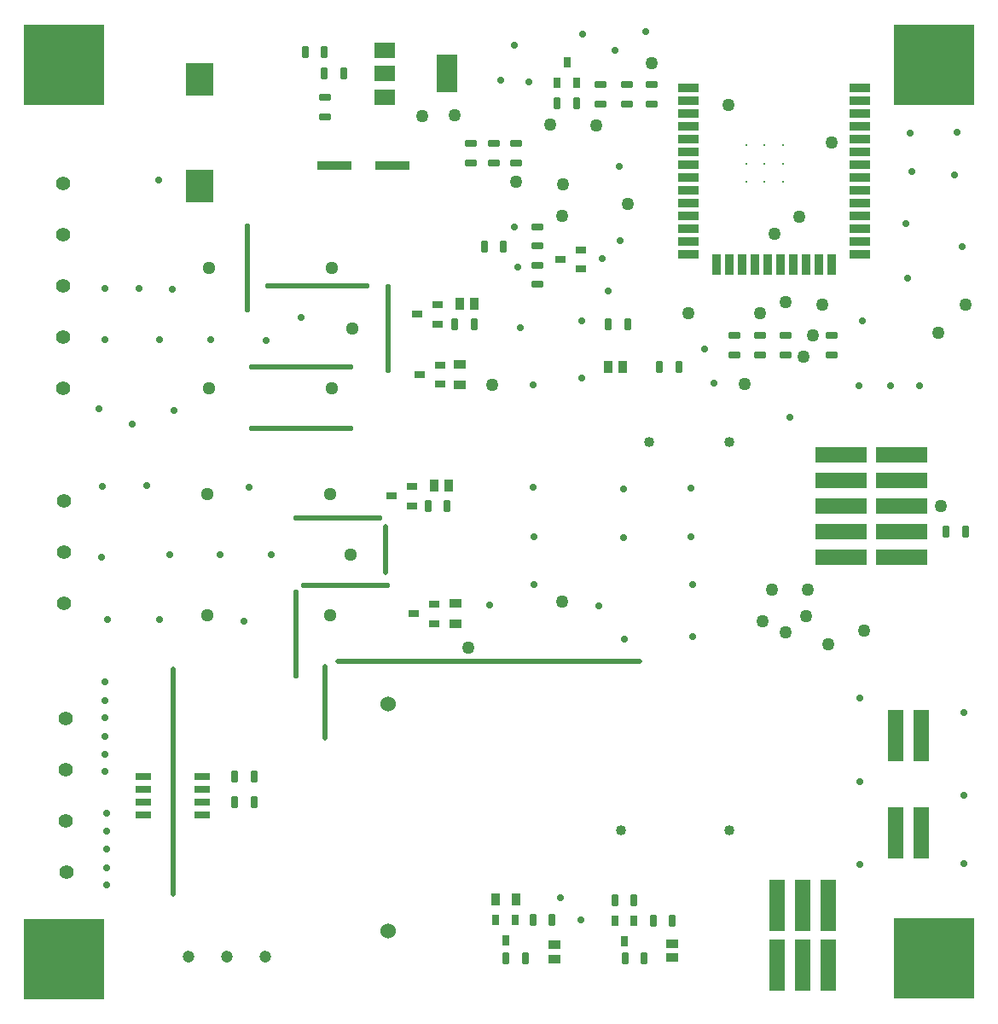
<source format=gts>
G04*
G04 #@! TF.GenerationSoftware,Altium Limited,Altium Designer,21.0.8 (223)*
G04*
G04 Layer_Color=8388736*
%FSLAX25Y25*%
%MOIN*%
G70*
G04*
G04 #@! TF.SameCoordinates,790BC176-E466-43CB-AF78-98272D84D4DC*
G04*
G04*
G04 #@! TF.FilePolarity,Negative*
G04*
G01*
G75*
%ADD19R,0.10984X0.12598*%
%ADD20R,0.03543X0.07874*%
%ADD21R,0.07874X0.03543*%
%ADD22R,0.04000X0.03000*%
G04:AMPARAMS|DCode=23|XSize=27.56mil|YSize=49.21mil|CornerRadius=6.89mil|HoleSize=0mil|Usage=FLASHONLY|Rotation=180.000|XOffset=0mil|YOffset=0mil|HoleType=Round|Shape=RoundedRectangle|*
%AMROUNDEDRECTD23*
21,1,0.02756,0.03543,0,0,180.0*
21,1,0.01378,0.04921,0,0,180.0*
1,1,0.01378,-0.00689,0.01772*
1,1,0.01378,0.00689,0.01772*
1,1,0.01378,0.00689,-0.01772*
1,1,0.01378,-0.00689,-0.01772*
%
%ADD23ROUNDEDRECTD23*%
%ADD24R,0.05910X0.03030*%
%ADD25R,0.03799X0.04945*%
%ADD26R,0.04945X0.03799*%
G04:AMPARAMS|DCode=27|XSize=27.56mil|YSize=49.21mil|CornerRadius=6.89mil|HoleSize=0mil|Usage=FLASHONLY|Rotation=90.000|XOffset=0mil|YOffset=0mil|HoleType=Round|Shape=RoundedRectangle|*
%AMROUNDEDRECTD27*
21,1,0.02756,0.03543,0,0,90.0*
21,1,0.01378,0.04921,0,0,90.0*
1,1,0.01378,0.01772,0.00689*
1,1,0.01378,0.01772,-0.00689*
1,1,0.01378,-0.01772,-0.00689*
1,1,0.01378,-0.01772,0.00689*
%
%ADD27ROUNDEDRECTD27*%
%ADD28R,0.05000X0.03500*%
%ADD29R,0.13583X0.03543*%
%ADD30R,0.08000X0.06000*%
%ADD31R,0.08000X0.15000*%
%ADD32R,0.03000X0.04000*%
%ADD33R,0.03500X0.05000*%
%ADD34O,0.35000X0.02000*%
%ADD35O,1.20000X0.02000*%
%ADD36O,0.02000X0.30000*%
%ADD37O,0.02000X0.20000*%
%ADD38O,0.02000X0.35000*%
%ADD39O,0.02000X0.90000*%
%ADD40O,0.41000X0.02000*%
%ADD41C,0.05512*%
%ADD42R,0.06000X0.20000*%
%ADD43C,0.05100*%
%ADD44R,0.06000X0.20000*%
%ADD45R,0.20000X0.06000*%
%ADD46C,0.01000*%
%ADD47R,0.31500X0.31500*%
%ADD48C,0.04000*%
%ADD49C,0.06000*%
%ADD50C,0.04700*%
%ADD51C,0.02800*%
%ADD52C,0.05000*%
D19*
X73000Y321634D02*
D03*
Y363366D02*
D03*
D20*
X319965Y291063D02*
D03*
X279965D02*
D03*
X274965D02*
D03*
X314965D02*
D03*
X309965D02*
D03*
X304965D02*
D03*
X299965D02*
D03*
X294965Y291100D02*
D03*
X289965Y291063D02*
D03*
X284965D02*
D03*
D21*
X330929Y295000D02*
D03*
Y300000D02*
D03*
Y305079D02*
D03*
Y310000D02*
D03*
Y315000D02*
D03*
Y320000D02*
D03*
Y325000D02*
D03*
Y330000D02*
D03*
Y335000D02*
D03*
Y340000D02*
D03*
Y345000D02*
D03*
Y350000D02*
D03*
Y355000D02*
D03*
Y360000D02*
D03*
X264000D02*
D03*
Y355000D02*
D03*
Y350000D02*
D03*
Y345000D02*
D03*
Y340000D02*
D03*
Y335000D02*
D03*
Y330000D02*
D03*
Y325000D02*
D03*
Y320000D02*
D03*
Y315000D02*
D03*
Y310000D02*
D03*
Y305000D02*
D03*
Y300000D02*
D03*
Y295000D02*
D03*
D22*
X156000Y204250D02*
D03*
Y196750D02*
D03*
X148000Y200500D02*
D03*
X166000Y275250D02*
D03*
Y267750D02*
D03*
X158000Y271500D02*
D03*
X222000Y296750D02*
D03*
Y289250D02*
D03*
X214000Y293000D02*
D03*
X159000Y248000D02*
D03*
X167000Y244250D02*
D03*
Y251750D02*
D03*
X156500Y154500D02*
D03*
X164500Y150750D02*
D03*
Y158250D02*
D03*
D23*
X86760Y91000D02*
D03*
X94240D02*
D03*
X252760Y251000D02*
D03*
X260240D02*
D03*
X180240Y267500D02*
D03*
X172760D02*
D03*
X184260Y298000D02*
D03*
X191740D02*
D03*
X169740Y196500D02*
D03*
X162260D02*
D03*
X121760Y365500D02*
D03*
X129240D02*
D03*
X232760Y267500D02*
D03*
X240240D02*
D03*
X114260Y374000D02*
D03*
X121740D02*
D03*
X220240Y354000D02*
D03*
X212760D02*
D03*
X239260Y20000D02*
D03*
X246740D02*
D03*
X257740Y34500D02*
D03*
X250260D02*
D03*
X235260Y42500D02*
D03*
X242740D02*
D03*
X192760Y20000D02*
D03*
X200240D02*
D03*
X364760Y186500D02*
D03*
X372240D02*
D03*
X210740Y35000D02*
D03*
X203260D02*
D03*
X94240Y81000D02*
D03*
X86760D02*
D03*
D24*
X74000Y91000D02*
D03*
Y86000D02*
D03*
Y81000D02*
D03*
Y76000D02*
D03*
X51000D02*
D03*
Y81000D02*
D03*
Y86000D02*
D03*
Y91000D02*
D03*
D25*
X180217Y275500D02*
D03*
X174784D02*
D03*
X170217Y204500D02*
D03*
X164784D02*
D03*
X238216Y251000D02*
D03*
X232784D02*
D03*
D26*
X257500Y20283D02*
D03*
Y25717D02*
D03*
X211500Y25216D02*
D03*
Y19783D02*
D03*
D27*
X205000Y298260D02*
D03*
Y305740D02*
D03*
X196500Y330760D02*
D03*
Y338240D02*
D03*
X320000Y255760D02*
D03*
Y263240D02*
D03*
X302000Y255760D02*
D03*
Y263240D02*
D03*
X179000Y330760D02*
D03*
Y338240D02*
D03*
X292000Y263240D02*
D03*
Y255760D02*
D03*
X282000Y263240D02*
D03*
Y255760D02*
D03*
X205000Y283260D02*
D03*
Y290740D02*
D03*
X122000Y356240D02*
D03*
Y348760D02*
D03*
X229500Y361240D02*
D03*
Y353760D02*
D03*
X240000Y361240D02*
D03*
Y353760D02*
D03*
X249500Y361240D02*
D03*
Y353760D02*
D03*
X188000Y338240D02*
D03*
Y330760D02*
D03*
D28*
X174500Y244000D02*
D03*
Y252000D02*
D03*
X173000Y158500D02*
D03*
Y150500D02*
D03*
D29*
X125779Y329500D02*
D03*
X148221D02*
D03*
D30*
X145250Y374560D02*
D03*
Y365500D02*
D03*
Y356440D02*
D03*
D31*
X169750Y365560D02*
D03*
D32*
X216500Y370000D02*
D03*
X212750Y362000D02*
D03*
X220250D02*
D03*
X239000Y26500D02*
D03*
X242750Y34500D02*
D03*
X235250D02*
D03*
X192500Y27000D02*
D03*
X196250Y35000D02*
D03*
X188750D02*
D03*
D33*
X188500Y43000D02*
D03*
X196500D02*
D03*
D34*
X127000Y192000D02*
D03*
X130000Y165500D02*
D03*
D35*
X186000Y136000D02*
D03*
D36*
X122000Y120000D02*
D03*
D37*
X145500Y179500D02*
D03*
D38*
X110500Y146500D02*
D03*
X91500Y289500D02*
D03*
X146500Y266000D02*
D03*
D39*
X62500Y89000D02*
D03*
D40*
X119000Y282500D02*
D03*
X112500Y251000D02*
D03*
Y227000D02*
D03*
D41*
X20500Y93500D02*
D03*
Y73500D02*
D03*
Y113500D02*
D03*
X20800Y53700D02*
D03*
X19600Y242500D02*
D03*
Y262500D02*
D03*
Y282500D02*
D03*
Y302500D02*
D03*
Y322500D02*
D03*
X20000Y198500D02*
D03*
Y178500D02*
D03*
Y158500D02*
D03*
D42*
X298500Y40800D02*
D03*
X308500D02*
D03*
X318500D02*
D03*
X298500Y17200D02*
D03*
X308500D02*
D03*
X318500D02*
D03*
D43*
X124500Y242500D02*
D03*
X76470D02*
D03*
X124500Y289740D02*
D03*
X76470D02*
D03*
X132490Y266120D02*
D03*
X124000Y154000D02*
D03*
X75970D02*
D03*
X124000Y201240D02*
D03*
X75970D02*
D03*
X131990Y177620D02*
D03*
D44*
X355000Y107000D02*
D03*
X345000D02*
D03*
Y69000D02*
D03*
X355000D02*
D03*
D45*
X323700Y196500D02*
D03*
Y206500D02*
D03*
Y216500D02*
D03*
Y186500D02*
D03*
Y176500D02*
D03*
X347300D02*
D03*
Y186500D02*
D03*
Y196500D02*
D03*
Y206500D02*
D03*
Y216500D02*
D03*
D46*
X301100Y323300D02*
D03*
X293600D02*
D03*
X286500Y323200D02*
D03*
X301100Y330400D02*
D03*
X293600D02*
D03*
X286500D02*
D03*
X301100Y337700D02*
D03*
X293600Y337600D02*
D03*
X286500D02*
D03*
D47*
X360000Y369000D02*
D03*
Y20000D02*
D03*
X20000Y19600D02*
D03*
Y369000D02*
D03*
D48*
X237677Y70000D02*
D03*
X248504Y221575D02*
D03*
X280000Y70000D02*
D03*
Y221575D02*
D03*
D49*
X146500Y30710D02*
D03*
Y119290D02*
D03*
D50*
X98500Y20500D02*
D03*
X83500D02*
D03*
X68500D02*
D03*
D51*
X36000Y120800D02*
D03*
Y114100D02*
D03*
Y99600D02*
D03*
Y92900D02*
D03*
Y106800D02*
D03*
Y128000D02*
D03*
X36500Y69800D02*
D03*
Y62500D02*
D03*
Y55300D02*
D03*
Y76500D02*
D03*
Y48600D02*
D03*
X229000Y157500D02*
D03*
X230207Y293193D02*
D03*
X34500Y176500D02*
D03*
X46500Y228500D02*
D03*
X36000Y261500D02*
D03*
X331000Y56500D02*
D03*
Y89000D02*
D03*
Y121500D02*
D03*
X303514Y231300D02*
D03*
X49300Y281500D02*
D03*
X62200Y281400D02*
D03*
X214100Y43600D02*
D03*
X371500Y57000D02*
D03*
Y116000D02*
D03*
Y83500D02*
D03*
X238900Y144500D02*
D03*
X265700Y145500D02*
D03*
X265500Y165900D02*
D03*
X265100Y184600D02*
D03*
Y203500D02*
D03*
X238600Y184400D02*
D03*
X238700Y203300D02*
D03*
X203500Y165900D02*
D03*
Y184800D02*
D03*
X203300Y203900D02*
D03*
X348900Y307100D02*
D03*
X370800Y298100D02*
D03*
X368100Y326000D02*
D03*
X368800Y342700D02*
D03*
X351300Y327300D02*
D03*
X350700Y342200D02*
D03*
X349500Y285600D02*
D03*
X354200Y243800D02*
D03*
X343100Y243500D02*
D03*
X330700D02*
D03*
X273800Y244500D02*
D03*
X270200Y258000D02*
D03*
X232500Y280800D02*
D03*
X247300Y382000D02*
D03*
X235300Y374700D02*
D03*
X222700Y380900D02*
D03*
X196000Y376700D02*
D03*
X201600Y362400D02*
D03*
X190500Y363100D02*
D03*
X195900Y305700D02*
D03*
X237400Y300400D02*
D03*
X197400Y290100D02*
D03*
X198300Y266400D02*
D03*
X203200Y244100D02*
D03*
X222300Y246500D02*
D03*
X222200Y269100D02*
D03*
X36000Y281600D02*
D03*
X112600Y270300D02*
D03*
X98800Y261400D02*
D03*
X77200Y261700D02*
D03*
X57300D02*
D03*
X62800Y233900D02*
D03*
X33500Y234600D02*
D03*
X92200Y204100D02*
D03*
X52200Y204500D02*
D03*
X35100Y204300D02*
D03*
X90300Y151800D02*
D03*
X57200Y152200D02*
D03*
X37100D02*
D03*
X61300Y177500D02*
D03*
X100900D02*
D03*
X81100D02*
D03*
X222000Y35000D02*
D03*
X332000Y269000D02*
D03*
X57000Y324000D02*
D03*
X186264Y158150D02*
D03*
X237100Y329300D02*
D03*
D52*
X301822Y147322D02*
D03*
X293000Y151500D02*
D03*
X318500Y142500D02*
D03*
X372250Y275250D02*
D03*
X362500Y196500D02*
D03*
X296514Y164000D02*
D03*
X310500D02*
D03*
X309000Y254963D02*
D03*
X279600Y353300D02*
D03*
X210100Y345500D02*
D03*
X320100Y338800D02*
D03*
X316200Y275400D02*
D03*
X307300Y309600D02*
D03*
X310100Y153500D02*
D03*
X302014Y276400D02*
D03*
X297514Y302900D02*
D03*
X215014Y322400D02*
D03*
X214514Y309900D02*
D03*
X361514Y264400D02*
D03*
X264000Y272000D02*
D03*
X240414Y314600D02*
D03*
X292000Y272000D02*
D03*
X249500Y369600D02*
D03*
X312735Y263400D02*
D03*
X214514Y159400D02*
D03*
X178014Y141400D02*
D03*
X286014Y244400D02*
D03*
X332514Y147900D02*
D03*
X196514Y323400D02*
D03*
X228014Y345400D02*
D03*
X172514Y349400D02*
D03*
X160014Y348900D02*
D03*
X187414Y243900D02*
D03*
M02*

</source>
